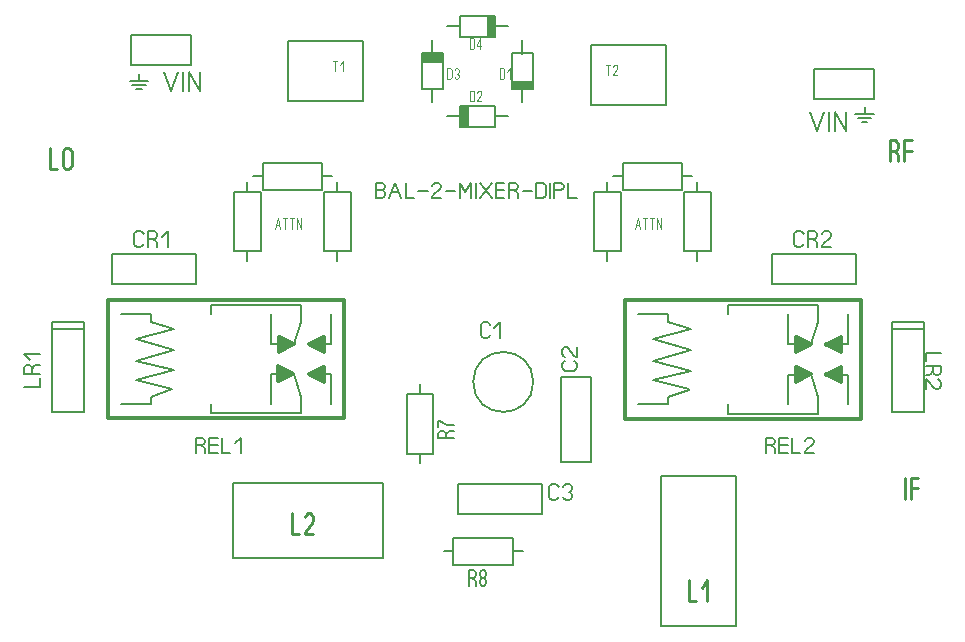
<source format=gbr>
%FSLAX34Y34*%
%MOMM*%
%LNSILK_TOP*%
G71*
G01*
%ADD10C,0.150*%
%ADD11C,0.222*%
%ADD12C,0.100*%
%ADD13C,0.111*%
%ADD14C,0.167*%
%ADD15C,0.300*%
%ADD16C,0.200*%
%LPD*%
G54D10*
X185121Y377970D02*
X207296Y377970D01*
X207296Y327270D01*
X185121Y327270D01*
X185121Y377970D01*
G54D10*
X196209Y378170D02*
X196209Y386070D01*
G54D10*
X196209Y327170D02*
X196209Y319270D01*
G54D10*
X259662Y401838D02*
X259662Y379663D01*
X208962Y379663D01*
X208962Y401838D01*
X259662Y401838D01*
G54D10*
X259862Y390751D02*
X267762Y390751D01*
G54D10*
X208862Y390751D02*
X200962Y390751D01*
G54D10*
X261312Y377896D02*
X283487Y377896D01*
X283487Y327196D01*
X261312Y327196D01*
X261312Y377896D01*
G54D10*
X272399Y378096D02*
X272399Y385996D01*
G54D10*
X272399Y327096D02*
X272399Y319196D01*
G54D10*
X489921Y377970D02*
X512096Y377970D01*
X512096Y327270D01*
X489921Y327270D01*
X489921Y377970D01*
G54D10*
X501008Y378170D02*
X501008Y386070D01*
G54D10*
X501008Y327170D02*
X501009Y319270D01*
G54D10*
X564462Y401838D02*
X564462Y379663D01*
X513762Y379663D01*
X513762Y401838D01*
X564462Y401838D01*
G54D10*
X564662Y390751D02*
X572562Y390751D01*
G54D10*
X513662Y390751D02*
X505762Y390751D01*
G54D10*
X566112Y377896D02*
X588287Y377896D01*
X588287Y327196D01*
X566112Y327196D01*
X566112Y377896D01*
G54D10*
X577199Y378096D02*
X577199Y385996D01*
G54D10*
X577199Y327096D02*
X577200Y319196D01*
G54D11*
X29023Y414939D02*
X29023Y397161D01*
X35245Y397161D01*
G54D11*
X47245Y411605D02*
X47245Y400494D01*
X46356Y398272D01*
X44578Y397161D01*
X42801Y397161D01*
X41023Y398272D01*
X40134Y400494D01*
X40134Y411605D01*
X41023Y413828D01*
X42801Y414939D01*
X44578Y414939D01*
X46356Y413828D01*
X47245Y411605D01*
G54D11*
X743778Y412400D02*
X746445Y410178D01*
X747334Y407955D01*
X747334Y403511D01*
G54D11*
X740223Y403511D02*
X740223Y421289D01*
X744668Y421289D01*
X746445Y420178D01*
X747334Y417955D01*
X747334Y415733D01*
X746445Y413511D01*
X744668Y412400D01*
X740223Y412400D01*
G54D11*
X752223Y403511D02*
X752223Y421289D01*
X758445Y421289D01*
G54D11*
X752223Y412400D02*
X758445Y412400D01*
G54D10*
X406173Y509111D02*
X406173Y526511D01*
X375773Y526511D01*
X375773Y509111D01*
X406173Y509111D01*
G36*
X406073Y509211D02*
X406073Y525911D01*
X398873Y525911D01*
X398873Y509211D01*
X406073Y509211D01*
G37*
G54D12*
X406073Y509211D02*
X406073Y525911D01*
X398873Y525911D01*
X398873Y509211D01*
X406073Y509211D01*
G54D10*
X417173Y517811D02*
X406073Y517811D01*
G54D10*
X375873Y517811D02*
X364773Y517811D01*
G54D10*
X420373Y464511D02*
X437773Y464511D01*
X437773Y494911D01*
X420373Y494911D01*
X420373Y464511D01*
G36*
X420473Y464611D02*
X437173Y464611D01*
X437173Y471811D01*
X420473Y471811D01*
X420473Y464611D01*
G37*
G54D12*
X420473Y464611D02*
X437173Y464611D01*
X437173Y471811D01*
X420473Y471811D01*
X420473Y464611D01*
G54D10*
X429073Y453511D02*
X429073Y464611D01*
G54D10*
X429073Y494811D02*
X429073Y505911D01*
G54D10*
X375773Y450311D02*
X375773Y432911D01*
X406173Y432911D01*
X406173Y450311D01*
X375773Y450311D01*
G36*
X375873Y450211D02*
X375873Y433511D01*
X383073Y433511D01*
X383073Y450211D01*
X375873Y450211D01*
G37*
G54D12*
X375873Y450211D02*
X375873Y433511D01*
X383073Y433511D01*
X383073Y450211D01*
X375873Y450211D01*
G54D10*
X364773Y441611D02*
X375873Y441611D01*
G54D10*
X406073Y441611D02*
X417173Y441611D01*
G54D10*
X361573Y494911D02*
X344173Y494911D01*
X344173Y464511D01*
X361573Y464511D01*
X361573Y494911D01*
G36*
X361473Y494811D02*
X344773Y494811D01*
X344773Y487611D01*
X361473Y487611D01*
X361473Y494811D01*
G37*
G54D12*
X361473Y494811D02*
X344773Y494811D01*
X344773Y487611D01*
X361473Y487611D01*
X361473Y494811D01*
G54D10*
X352873Y505911D02*
X352873Y494811D01*
G54D10*
X352873Y464611D02*
X352873Y453511D01*
G54D13*
X410023Y473361D02*
X410023Y482250D01*
X412245Y482250D01*
X413134Y481694D01*
X413578Y480583D01*
X413578Y475028D01*
X413134Y473917D01*
X412245Y473361D01*
X410023Y473361D01*
G54D13*
X416023Y478917D02*
X418245Y482250D01*
X418245Y473361D01*
G54D13*
X384623Y454311D02*
X384623Y463200D01*
X386845Y463200D01*
X387734Y462644D01*
X388178Y461533D01*
X388178Y455978D01*
X387734Y454867D01*
X386845Y454311D01*
X384623Y454311D01*
G54D13*
X394178Y454311D02*
X390623Y454311D01*
X390623Y454867D01*
X391068Y455978D01*
X393734Y459311D01*
X394178Y460422D01*
X394178Y461533D01*
X393734Y462644D01*
X392845Y463200D01*
X391956Y463200D01*
X391068Y462644D01*
X390623Y461533D01*
G54D13*
X365573Y473361D02*
X365573Y482250D01*
X367795Y482250D01*
X368684Y481694D01*
X369128Y480583D01*
X369128Y475028D01*
X368684Y473917D01*
X367795Y473361D01*
X365573Y473361D01*
G54D13*
X371573Y480583D02*
X372018Y481694D01*
X372906Y482250D01*
X373795Y482250D01*
X374684Y481694D01*
X375128Y480583D01*
X375128Y479472D01*
X374684Y478361D01*
X373795Y477805D01*
X374684Y477250D01*
X375128Y476139D01*
X375128Y475028D01*
X374684Y473917D01*
X373795Y473361D01*
X372906Y473361D01*
X372018Y473917D01*
X371573Y475028D01*
G54D13*
X384623Y498761D02*
X384623Y507650D01*
X386845Y507650D01*
X387734Y507094D01*
X388178Y505983D01*
X388178Y500428D01*
X387734Y499317D01*
X386845Y498761D01*
X384623Y498761D01*
G54D13*
X393290Y498761D02*
X393290Y507650D01*
X390623Y502094D01*
X390623Y500983D01*
X394178Y500983D01*
G54D13*
X219523Y346361D02*
X221745Y355250D01*
X223967Y346361D01*
G54D13*
X220412Y349694D02*
X223079Y349694D01*
G54D13*
X228189Y346361D02*
X228189Y355250D01*
G54D13*
X226411Y355250D02*
X229967Y355250D01*
G54D13*
X234189Y346361D02*
X234189Y355250D01*
G54D13*
X232411Y355250D02*
X235967Y355250D01*
G54D13*
X238411Y346361D02*
X238411Y355250D01*
X241967Y346361D01*
X241967Y355250D01*
G54D13*
X524323Y346361D02*
X526545Y355250D01*
X528768Y346361D01*
G54D13*
X525212Y349694D02*
X527878Y349694D01*
G54D13*
X532989Y346361D02*
X532989Y355250D01*
G54D13*
X531211Y355250D02*
X534766Y355250D01*
G54D13*
X538989Y346361D02*
X538989Y355250D01*
G54D13*
X537211Y355250D02*
X540766Y355250D01*
G54D13*
X543211Y346361D02*
X543211Y355250D01*
X546766Y346361D01*
X546766Y355250D01*
G54D10*
X230550Y454223D02*
X294050Y454223D01*
X294050Y505023D01*
X230550Y505023D01*
X230550Y454223D01*
G54D13*
X270428Y479623D02*
X270428Y488512D01*
G54D13*
X268650Y488512D02*
X272206Y488512D01*
G54D13*
X274650Y485179D02*
X276872Y488512D01*
X276872Y479623D01*
G54D10*
X550590Y501730D02*
X487090Y501730D01*
X487090Y450930D01*
X550590Y450930D01*
X550590Y501730D01*
G54D13*
X501568Y476330D02*
X501568Y485219D01*
G54D13*
X499790Y485219D02*
X503346Y485219D01*
G54D13*
X509346Y476330D02*
X505790Y476330D01*
X505790Y476886D01*
X506234Y477997D01*
X508901Y481330D01*
X509346Y482441D01*
X509346Y483552D01*
X508901Y484663D01*
X508012Y485219D01*
X507123Y485219D01*
X506234Y484663D01*
X505790Y483552D01*
G54D10*
G75*
G01X438150Y216750D02*
G03X438150Y216750I-25400J0D01*
G01*
G54D10*
X184150Y130900D02*
X184150Y67400D01*
X311150Y67400D01*
X311150Y130900D01*
X184150Y130900D01*
G54D10*
X546100Y10250D02*
X609600Y10250D01*
X609600Y137250D01*
X546100Y137250D01*
X546100Y10250D01*
G54D10*
X331171Y206520D02*
X353346Y206520D01*
X353346Y155820D01*
X331171Y155820D01*
X331171Y206520D01*
G54D10*
X342259Y206720D02*
X342259Y214620D01*
G54D10*
X342259Y155720D02*
X342259Y147820D01*
G54D14*
X364516Y172246D02*
X366183Y174246D01*
X367850Y174912D01*
X371183Y174912D01*
G54D14*
X371183Y169579D02*
X357850Y169579D01*
X357850Y172912D01*
X358683Y174246D01*
X360350Y174912D01*
X362016Y174912D01*
X363683Y174246D01*
X364516Y172912D01*
X364516Y169579D01*
G54D14*
X357850Y178579D02*
X357850Y183912D01*
X359516Y183246D01*
X362016Y181912D01*
X365350Y180579D01*
X367850Y179912D01*
X371183Y179912D01*
G54D10*
X487164Y220517D02*
X461763Y220517D01*
X461764Y148916D01*
X487164Y148917D01*
X487164Y220517D01*
G54D14*
X473030Y234391D02*
X474697Y233391D01*
X475530Y231391D01*
X475530Y229391D01*
X474697Y227391D01*
X473030Y226391D01*
X464697Y226391D01*
X463030Y227391D01*
X462197Y229391D01*
X462197Y231391D01*
X463030Y233391D01*
X464697Y234391D01*
G54D14*
X475530Y246058D02*
X475530Y238058D01*
X474697Y238058D01*
X473030Y239058D01*
X468030Y245058D01*
X466363Y246058D01*
X464697Y246058D01*
X463030Y245058D01*
X462197Y243058D01*
X462197Y241058D01*
X463030Y239058D01*
X464697Y238058D01*
G54D10*
X445818Y105040D02*
X445818Y130440D01*
X374218Y130440D01*
X374218Y105040D01*
X445818Y105040D01*
G54D14*
X459692Y119174D02*
X458692Y117507D01*
X456692Y116674D01*
X454692Y116674D01*
X452692Y117507D01*
X451692Y119174D01*
X451692Y127507D01*
X452692Y129174D01*
X454692Y130007D01*
X456692Y130007D01*
X458692Y129174D01*
X459692Y127507D01*
G54D14*
X463359Y127507D02*
X464359Y129174D01*
X466359Y130007D01*
X468359Y130007D01*
X470359Y129174D01*
X471359Y127507D01*
X471359Y125841D01*
X470359Y124174D01*
X468359Y123341D01*
X470359Y122507D01*
X471359Y120841D01*
X471359Y119174D01*
X470359Y117507D01*
X468359Y116674D01*
X466359Y116674D01*
X464359Y117507D01*
X463359Y119174D01*
G54D10*
X421019Y84285D02*
X421019Y62110D01*
X370319Y62110D01*
X370320Y84285D01*
X421019Y84285D01*
G54D10*
X421220Y73197D02*
X429120Y73197D01*
G54D10*
X370219Y73197D02*
X362320Y73197D01*
G54D14*
X386745Y50939D02*
X388745Y49273D01*
X389412Y47606D01*
X389412Y44273D01*
G54D14*
X384078Y44273D02*
X384078Y57606D01*
X387412Y57606D01*
X388745Y56773D01*
X389412Y55106D01*
X389412Y53439D01*
X388745Y51773D01*
X387412Y50939D01*
X384078Y50939D01*
G54D14*
X396412Y50939D02*
X395078Y50939D01*
X393745Y51773D01*
X393078Y53439D01*
X393078Y55106D01*
X393745Y56773D01*
X395078Y57606D01*
X396412Y57606D01*
X397745Y56773D01*
X398412Y55106D01*
X398412Y53439D01*
X397745Y51773D01*
X396412Y50939D01*
X397745Y50106D01*
X398412Y48439D01*
X398412Y46773D01*
X397745Y45106D01*
X396412Y44273D01*
X395078Y44273D01*
X393745Y45106D01*
X393078Y46773D01*
X393078Y48439D01*
X393745Y50106D01*
X395078Y50939D01*
G54D11*
X233753Y105352D02*
X233753Y87574D01*
X239976Y87574D01*
G54D11*
X251975Y87574D02*
X244864Y87574D01*
X244864Y88686D01*
X245753Y90908D01*
X251087Y97574D01*
X251975Y99797D01*
X251975Y102019D01*
X251087Y104241D01*
X249309Y105352D01*
X247531Y105352D01*
X245753Y104241D01*
X244864Y102019D01*
G54D11*
X569883Y49022D02*
X569883Y31244D01*
X576105Y31244D01*
G54D11*
X580993Y42355D02*
X585438Y49022D01*
X585438Y31244D01*
G54D11*
X752923Y117761D02*
X752923Y135539D01*
G54D11*
X757812Y117761D02*
X757812Y135539D01*
X764034Y135539D01*
G54D11*
X757812Y126650D02*
X764034Y126650D01*
G54D10*
X58150Y191350D02*
X30750Y191350D01*
X30750Y267550D01*
X58150Y267550D01*
X58150Y191350D01*
G54D10*
X30750Y261250D02*
X58150Y261250D01*
G54D15*
X277885Y185835D02*
X277785Y286435D01*
X77885Y286335D01*
X77885Y185835D01*
X277885Y185835D01*
G54D16*
X89285Y197935D02*
X114685Y197935D01*
X114685Y204235D01*
X114685Y204135D01*
X132185Y210535D01*
X132185Y210635D01*
X101985Y218535D01*
X133785Y226535D01*
X101985Y234435D01*
X133785Y244035D01*
X101985Y253435D01*
X133785Y261435D01*
X114685Y267835D01*
X114685Y274135D01*
X89285Y274135D01*
G54D16*
X267085Y197935D02*
X267085Y223235D01*
X248085Y223235D01*
G54D16*
X216285Y197935D02*
X216285Y223235D01*
X235285Y223235D01*
G54D16*
X267085Y274135D02*
X267085Y248735D01*
X248085Y248735D01*
G54D16*
X216285Y274135D02*
X216285Y248735D01*
X235285Y248735D01*
G36*
X248085Y223335D02*
X247985Y223335D01*
X260685Y216935D01*
X260685Y229635D01*
X248085Y223235D01*
X248085Y223335D01*
G37*
G54D15*
X248085Y223335D02*
X247985Y223335D01*
X260685Y216935D01*
X260685Y229635D01*
X248085Y223235D01*
X248085Y223335D01*
G36*
X248185Y248735D02*
X248085Y248735D01*
X260785Y242335D01*
X260785Y255035D01*
X248185Y248635D01*
X248185Y248735D01*
G37*
G54D15*
X248185Y248735D02*
X248085Y248735D01*
X260785Y242335D01*
X260785Y255035D01*
X248185Y248635D01*
X248185Y248735D01*
G36*
X235085Y223435D02*
X235185Y223435D01*
X222485Y229835D01*
X222485Y217135D01*
X235085Y223535D01*
X235085Y223435D01*
G37*
G54D15*
X235085Y223435D02*
X235185Y223435D01*
X222485Y229835D01*
X222485Y217135D01*
X235085Y223535D01*
X235085Y223435D01*
G36*
X235185Y248735D02*
X235285Y248735D01*
X222585Y255135D01*
X222585Y242435D01*
X235185Y248835D01*
X235185Y248735D01*
G37*
G54D15*
X235185Y248735D02*
X235285Y248735D01*
X222585Y255135D01*
X222585Y242435D01*
X235185Y248835D01*
X235185Y248735D01*
G54D16*
X235285Y223335D02*
X235385Y223335D01*
X241785Y204335D01*
X241685Y204335D01*
X241685Y190035D01*
X178185Y190035D01*
X165485Y190035D01*
X165485Y197935D01*
G54D16*
X235285Y248735D02*
X235285Y248735D01*
X241685Y267735D01*
X241685Y282035D01*
X165485Y282035D01*
X165485Y274135D01*
G54D10*
X152924Y299992D02*
X152925Y325392D01*
X81324Y325392D01*
X81324Y299992D01*
X152924Y299992D01*
G54D14*
X108269Y333284D02*
X107269Y331617D01*
X105269Y330784D01*
X103269Y330784D01*
X101269Y331617D01*
X100269Y333283D01*
X100269Y341617D01*
X101269Y343284D01*
X103269Y344117D01*
X105269Y344117D01*
X107269Y343283D01*
X108269Y341617D01*
G54D14*
X115936Y337450D02*
X118936Y335784D01*
X119936Y334117D01*
X119936Y330784D01*
G54D14*
X111936Y330783D02*
X111936Y344117D01*
X116936Y344117D01*
X118936Y343283D01*
X119936Y341617D01*
X119936Y339950D01*
X118936Y338284D01*
X116936Y337450D01*
X111936Y337450D01*
G54D14*
X123603Y339117D02*
X128603Y344117D01*
X128603Y330784D01*
G54D15*
X715650Y185600D02*
X715550Y286200D01*
X515650Y286100D01*
X515650Y185600D01*
X715650Y185600D01*
G54D16*
X527050Y197700D02*
X552450Y197700D01*
X552450Y204000D01*
X552450Y203900D01*
X569950Y210300D01*
X569950Y210400D01*
X539750Y218300D01*
X571550Y226300D01*
X539750Y234200D01*
X571550Y243800D01*
X539750Y253200D01*
X571550Y261200D01*
X552450Y267600D01*
X552450Y273900D01*
X527050Y273900D01*
G54D16*
X704850Y197700D02*
X704850Y223000D01*
X685850Y223000D01*
G54D16*
X654050Y197700D02*
X654050Y223000D01*
X673050Y223000D01*
G54D16*
X704850Y273900D02*
X704850Y248500D01*
X685850Y248500D01*
G54D16*
X654050Y273900D02*
X654050Y248500D01*
X673050Y248500D01*
G36*
X685850Y223100D02*
X685750Y223100D01*
X698450Y216700D01*
X698450Y229400D01*
X685850Y223000D01*
X685850Y223100D01*
G37*
G54D15*
X685850Y223100D02*
X685750Y223100D01*
X698450Y216700D01*
X698450Y229400D01*
X685850Y223000D01*
X685850Y223100D01*
G36*
X685950Y248500D02*
X685850Y248500D01*
X698550Y242100D01*
X698550Y254800D01*
X685950Y248400D01*
X685950Y248500D01*
G37*
G54D15*
X685950Y248500D02*
X685850Y248500D01*
X698550Y242100D01*
X698550Y254800D01*
X685950Y248400D01*
X685950Y248500D01*
G36*
X672850Y223200D02*
X672950Y223200D01*
X660250Y229600D01*
X660250Y216900D01*
X672850Y223300D01*
X672850Y223200D01*
G37*
G54D15*
X672850Y223200D02*
X672950Y223200D01*
X660250Y229600D01*
X660250Y216900D01*
X672850Y223300D01*
X672850Y223200D01*
G36*
X672950Y248500D02*
X673050Y248500D01*
X660350Y254900D01*
X660350Y242200D01*
X672950Y248600D01*
X672950Y248500D01*
G37*
G54D15*
X672950Y248500D02*
X673050Y248500D01*
X660350Y254900D01*
X660350Y242200D01*
X672950Y248600D01*
X672950Y248500D01*
G54D16*
X673050Y223100D02*
X673150Y223100D01*
X679550Y204100D01*
X679450Y204100D01*
X679450Y189800D01*
X615950Y189800D01*
X603250Y189800D01*
X603250Y197700D01*
G54D16*
X673050Y248500D02*
X673050Y248500D01*
X679450Y267500D01*
X679450Y281800D01*
X603250Y281800D01*
X603250Y273900D01*
G54D10*
X769350Y191350D02*
X741950Y191350D01*
X741950Y267550D01*
X769350Y267550D01*
X769350Y191350D01*
G54D10*
X741950Y261250D02*
X769350Y261250D01*
G54D10*
X711724Y299992D02*
X711725Y325392D01*
X640124Y325392D01*
X640124Y299992D01*
X711724Y299992D01*
G54D14*
X667069Y333283D02*
X666069Y331617D01*
X664069Y330783D01*
X662069Y330784D01*
X660069Y331617D01*
X659069Y333283D01*
X659069Y341617D01*
X660069Y343283D01*
X662069Y344117D01*
X664069Y344117D01*
X666069Y343283D01*
X667069Y341617D01*
G54D14*
X674736Y337450D02*
X677736Y335783D01*
X678736Y334117D01*
X678736Y330783D01*
G54D14*
X670736Y330784D02*
X670736Y344117D01*
X675736Y344117D01*
X677736Y343283D01*
X678736Y341617D01*
X678736Y339950D01*
X677736Y338283D01*
X675736Y337450D01*
X670736Y337450D01*
G54D14*
X690403Y330784D02*
X682403Y330784D01*
X682403Y331617D01*
X683403Y333283D01*
X689403Y338283D01*
X690403Y339950D01*
X690403Y341617D01*
X689403Y343283D01*
X687403Y344117D01*
X685403Y344117D01*
X683403Y343283D01*
X682403Y341617D01*
G54D16*
X125588Y478884D02*
X131588Y462884D01*
X137588Y478884D01*
G54D16*
X141988Y462884D02*
X141988Y478884D01*
G54D16*
X146388Y462884D02*
X146388Y478884D01*
X155988Y462884D01*
X155988Y478884D01*
G54D10*
X97538Y485235D02*
X97539Y510635D01*
X148338Y510635D01*
X148338Y485235D01*
X97538Y485235D01*
G54D16*
X104411Y477837D02*
X104412Y471486D01*
G54D16*
X112349Y471486D02*
X96474Y471487D01*
G54D16*
X98855Y468312D02*
X109968Y468312D01*
G54D16*
X106793Y465137D02*
X102030Y465137D01*
G54D16*
X672451Y445613D02*
X678451Y429613D01*
X684451Y445614D01*
G54D16*
X688851Y429614D02*
X688851Y445613D01*
G54D16*
X693251Y429613D02*
X693251Y445613D01*
X702851Y429614D01*
X702851Y445613D01*
G54D10*
X726684Y481313D02*
X726683Y455912D01*
X675884Y455913D01*
X675884Y481313D01*
X726684Y481313D01*
G54D16*
X718746Y449563D02*
X718746Y443212D01*
G54D16*
X726683Y443212D02*
X710808Y443213D01*
G54D16*
X713189Y440038D02*
X724302Y440038D01*
G54D16*
X721127Y436863D02*
X716365Y436863D01*
G54D14*
X7000Y212800D02*
X20334Y212800D01*
X20334Y219800D01*
G54D14*
X13667Y227467D02*
X15334Y230467D01*
X17000Y231467D01*
X20334Y231467D01*
G54D14*
X20334Y223467D02*
X7000Y223467D01*
X7000Y228467D01*
X7834Y230467D01*
X9500Y231467D01*
X11167Y231467D01*
X12834Y230467D01*
X13667Y228467D01*
X13667Y223467D01*
G54D14*
X12000Y235134D02*
X7000Y240134D01*
X20334Y240134D01*
G54D14*
X783645Y241177D02*
X770311Y241177D01*
X770311Y234177D01*
G54D14*
X776978Y226510D02*
X775311Y223510D01*
X773645Y222510D01*
X770311Y222510D01*
G54D14*
X770311Y230510D02*
X783645Y230510D01*
X783645Y225510D01*
X782811Y223510D01*
X781145Y222510D01*
X779478Y222510D01*
X777811Y223510D01*
X776978Y225510D01*
X776978Y230510D01*
G54D14*
X770311Y210843D02*
X770311Y218843D01*
X771145Y218843D01*
X772811Y217843D01*
X777811Y211843D01*
X779478Y210843D01*
X781145Y210843D01*
X782811Y211843D01*
X783645Y213843D01*
X783645Y215843D01*
X782811Y217843D01*
X781145Y218843D01*
G54D14*
X156400Y162967D02*
X159400Y161300D01*
X160400Y159633D01*
X160400Y156300D01*
G54D14*
X152400Y156300D02*
X152400Y169633D01*
X157400Y169633D01*
X159400Y168800D01*
X160400Y167133D01*
X160400Y165467D01*
X159400Y163800D01*
X157400Y162967D01*
X152400Y162967D01*
G54D14*
X171067Y156300D02*
X164067Y156300D01*
X164067Y169633D01*
X171067Y169633D01*
G54D14*
X164067Y162967D02*
X171067Y162967D01*
G54D14*
X174734Y169633D02*
X174734Y156300D01*
X181734Y156300D01*
G54D14*
X185401Y164633D02*
X190401Y169633D01*
X190401Y156300D01*
G54D14*
X639000Y162967D02*
X642000Y161300D01*
X643000Y159633D01*
X643000Y156300D01*
G54D14*
X635000Y156300D02*
X635000Y169633D01*
X640000Y169633D01*
X642000Y168800D01*
X643000Y167133D01*
X643000Y165467D01*
X642000Y163800D01*
X640000Y162967D01*
X635000Y162967D01*
G54D14*
X653667Y156300D02*
X646667Y156300D01*
X646667Y169633D01*
X653667Y169633D01*
G54D14*
X646667Y162967D02*
X653667Y162967D01*
G54D14*
X657334Y169633D02*
X657334Y156300D01*
X664334Y156300D01*
G54D14*
X676001Y156300D02*
X668001Y156300D01*
X668001Y157133D01*
X669001Y158800D01*
X675001Y163800D01*
X676001Y165467D01*
X676001Y167133D01*
X675001Y168800D01*
X673001Y169633D01*
X671001Y169633D01*
X669001Y168800D01*
X668001Y167133D01*
G54D14*
X304800Y372200D02*
X304800Y385533D01*
X309800Y385533D01*
X311800Y384700D01*
X312800Y383033D01*
X312800Y381367D01*
X311800Y379700D01*
X309800Y378867D01*
X311800Y378033D01*
X312800Y376367D01*
X312800Y374700D01*
X311800Y373033D01*
X309800Y372200D01*
X304800Y372200D01*
G54D14*
X304800Y378867D02*
X309800Y378867D01*
G54D14*
X316467Y372200D02*
X321467Y385533D01*
X326467Y372200D01*
G54D14*
X318467Y377200D02*
X324467Y377200D01*
G54D14*
X330134Y385533D02*
X330134Y372200D01*
X337134Y372200D01*
G54D14*
X340801Y378033D02*
X348801Y378033D01*
G54D14*
X360468Y372200D02*
X352468Y372200D01*
X352468Y373033D01*
X353468Y374700D01*
X359468Y379700D01*
X360468Y381367D01*
X360468Y383033D01*
X359468Y384700D01*
X357468Y385533D01*
X355468Y385533D01*
X353468Y384700D01*
X352468Y383033D01*
G54D14*
X364135Y378033D02*
X372135Y378033D01*
G54D14*
X375802Y372200D02*
X375802Y385533D01*
X380802Y377200D01*
X385802Y385533D01*
X385802Y372200D01*
G54D14*
X389469Y372200D02*
X389469Y385533D01*
G54D14*
X393136Y385533D02*
X403136Y372200D01*
G54D14*
X393136Y372200D02*
X403136Y385533D01*
G54D14*
X413803Y372200D02*
X406803Y372200D01*
X406803Y385533D01*
X413803Y385533D01*
G54D14*
X406803Y378867D02*
X413803Y378867D01*
G54D14*
X421470Y378867D02*
X424470Y377200D01*
X425470Y375533D01*
X425470Y372200D01*
G54D14*
X417470Y372200D02*
X417470Y385533D01*
X422470Y385533D01*
X424470Y384700D01*
X425470Y383033D01*
X425470Y381367D01*
X424470Y379700D01*
X422470Y378867D01*
X417470Y378867D01*
G54D14*
X429137Y378033D02*
X437137Y378033D01*
G54D14*
X440804Y372200D02*
X440804Y385533D01*
X445804Y385533D01*
X447804Y384700D01*
X448804Y383033D01*
X448804Y374700D01*
X447804Y373033D01*
X445804Y372200D01*
X440804Y372200D01*
G54D14*
X452471Y372200D02*
X452471Y385533D01*
G54D14*
X456138Y372200D02*
X456138Y385533D01*
X461138Y385533D01*
X463138Y384700D01*
X464138Y383033D01*
X464138Y381367D01*
X463138Y379700D01*
X461138Y378867D01*
X456138Y378867D01*
G54D14*
X467805Y385533D02*
X467805Y372200D01*
X474805Y372200D01*
G54D14*
X401700Y256500D02*
X400700Y254833D01*
X398700Y254000D01*
X396700Y254000D01*
X394700Y254833D01*
X393700Y256500D01*
X393700Y264833D01*
X394700Y266500D01*
X396700Y267333D01*
X398700Y267333D01*
X400700Y266500D01*
X401700Y264833D01*
G54D14*
X405367Y262333D02*
X410367Y267333D01*
X410367Y254000D01*
M02*

</source>
